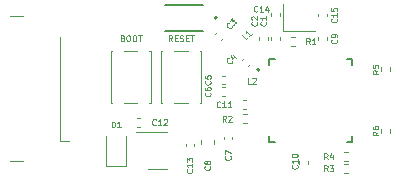
<source format=gbr>
%TF.GenerationSoftware,KiCad,Pcbnew,(6.0.7)*%
%TF.CreationDate,2023-02-08T01:32:31-08:00*%
%TF.ProjectId,ESP_SoC,4553505f-536f-4432-9e6b-696361645f70,rev?*%
%TF.SameCoordinates,Original*%
%TF.FileFunction,Legend,Top*%
%TF.FilePolarity,Positive*%
%FSLAX46Y46*%
G04 Gerber Fmt 4.6, Leading zero omitted, Abs format (unit mm)*
G04 Created by KiCad (PCBNEW (6.0.7)) date 2023-02-08 01:32:31*
%MOMM*%
%LPD*%
G01*
G04 APERTURE LIST*
%ADD10C,0.125000*%
%ADD11C,0.150000*%
%ADD12C,0.120000*%
%ADD13C,0.127000*%
%ADD14C,0.200000*%
G04 APERTURE END LIST*
D10*
X112273809Y-94726190D02*
X112107142Y-94488095D01*
X111988095Y-94726190D02*
X111988095Y-94226190D01*
X112178571Y-94226190D01*
X112226190Y-94250000D01*
X112250000Y-94273809D01*
X112273809Y-94321428D01*
X112273809Y-94392857D01*
X112250000Y-94440476D01*
X112226190Y-94464285D01*
X112178571Y-94488095D01*
X111988095Y-94488095D01*
X112488095Y-94464285D02*
X112654761Y-94464285D01*
X112726190Y-94726190D02*
X112488095Y-94726190D01*
X112488095Y-94226190D01*
X112726190Y-94226190D01*
X112916666Y-94702380D02*
X112988095Y-94726190D01*
X113107142Y-94726190D01*
X113154761Y-94702380D01*
X113178571Y-94678571D01*
X113202380Y-94630952D01*
X113202380Y-94583333D01*
X113178571Y-94535714D01*
X113154761Y-94511904D01*
X113107142Y-94488095D01*
X113011904Y-94464285D01*
X112964285Y-94440476D01*
X112940476Y-94416666D01*
X112916666Y-94369047D01*
X112916666Y-94321428D01*
X112940476Y-94273809D01*
X112964285Y-94250000D01*
X113011904Y-94226190D01*
X113130952Y-94226190D01*
X113202380Y-94250000D01*
X113416666Y-94464285D02*
X113583333Y-94464285D01*
X113654761Y-94726190D02*
X113416666Y-94726190D01*
X113416666Y-94226190D01*
X113654761Y-94226190D01*
X113797619Y-94226190D02*
X114083333Y-94226190D01*
X113940476Y-94726190D02*
X113940476Y-94226190D01*
X108071428Y-94464285D02*
X108142857Y-94488095D01*
X108166666Y-94511904D01*
X108190476Y-94559523D01*
X108190476Y-94630952D01*
X108166666Y-94678571D01*
X108142857Y-94702380D01*
X108095238Y-94726190D01*
X107904761Y-94726190D01*
X107904761Y-94226190D01*
X108071428Y-94226190D01*
X108119047Y-94250000D01*
X108142857Y-94273809D01*
X108166666Y-94321428D01*
X108166666Y-94369047D01*
X108142857Y-94416666D01*
X108119047Y-94440476D01*
X108071428Y-94464285D01*
X107904761Y-94464285D01*
X108500000Y-94226190D02*
X108595238Y-94226190D01*
X108642857Y-94250000D01*
X108690476Y-94297619D01*
X108714285Y-94392857D01*
X108714285Y-94559523D01*
X108690476Y-94654761D01*
X108642857Y-94702380D01*
X108595238Y-94726190D01*
X108500000Y-94726190D01*
X108452380Y-94702380D01*
X108404761Y-94654761D01*
X108380952Y-94559523D01*
X108380952Y-94392857D01*
X108404761Y-94297619D01*
X108452380Y-94250000D01*
X108500000Y-94226190D01*
X109023809Y-94226190D02*
X109119047Y-94226190D01*
X109166666Y-94250000D01*
X109214285Y-94297619D01*
X109238095Y-94392857D01*
X109238095Y-94559523D01*
X109214285Y-94654761D01*
X109166666Y-94702380D01*
X109119047Y-94726190D01*
X109023809Y-94726190D01*
X108976190Y-94702380D01*
X108928571Y-94654761D01*
X108904761Y-94559523D01*
X108904761Y-94392857D01*
X108928571Y-94297619D01*
X108976190Y-94250000D01*
X109023809Y-94226190D01*
X109380952Y-94226190D02*
X109666666Y-94226190D01*
X109523809Y-94726190D02*
X109523809Y-94226190D01*
%TO.C,R2*%
X116826666Y-101526190D02*
X116660000Y-101288095D01*
X116540952Y-101526190D02*
X116540952Y-101026190D01*
X116731428Y-101026190D01*
X116779047Y-101050000D01*
X116802857Y-101073809D01*
X116826666Y-101121428D01*
X116826666Y-101192857D01*
X116802857Y-101240476D01*
X116779047Y-101264285D01*
X116731428Y-101288095D01*
X116540952Y-101288095D01*
X117017142Y-101073809D02*
X117040952Y-101050000D01*
X117088571Y-101026190D01*
X117207619Y-101026190D01*
X117255238Y-101050000D01*
X117279047Y-101073809D01*
X117302857Y-101121428D01*
X117302857Y-101169047D01*
X117279047Y-101240476D01*
X116993333Y-101526190D01*
X117302857Y-101526190D01*
%TO.C,C2*%
X119428571Y-93083333D02*
X119452380Y-93107142D01*
X119476190Y-93178571D01*
X119476190Y-93226190D01*
X119452380Y-93297619D01*
X119404761Y-93345238D01*
X119357142Y-93369047D01*
X119261904Y-93392857D01*
X119190476Y-93392857D01*
X119095238Y-93369047D01*
X119047619Y-93345238D01*
X119000000Y-93297619D01*
X118976190Y-93226190D01*
X118976190Y-93178571D01*
X119000000Y-93107142D01*
X119023809Y-93083333D01*
X119023809Y-92892857D02*
X119000000Y-92869047D01*
X118976190Y-92821428D01*
X118976190Y-92702380D01*
X119000000Y-92654761D01*
X119023809Y-92630952D01*
X119071428Y-92607142D01*
X119119047Y-92607142D01*
X119190476Y-92630952D01*
X119476190Y-92916666D01*
X119476190Y-92607142D01*
%TO.C,R4*%
X125416666Y-104726190D02*
X125250000Y-104488095D01*
X125130952Y-104726190D02*
X125130952Y-104226190D01*
X125321428Y-104226190D01*
X125369047Y-104250000D01*
X125392857Y-104273809D01*
X125416666Y-104321428D01*
X125416666Y-104392857D01*
X125392857Y-104440476D01*
X125369047Y-104464285D01*
X125321428Y-104488095D01*
X125130952Y-104488095D01*
X125845238Y-104392857D02*
X125845238Y-104726190D01*
X125726190Y-104202380D02*
X125607142Y-104559523D01*
X125916666Y-104559523D01*
D11*
%TO.C,*%
D10*
%TO.C,L2*%
X118916666Y-98326190D02*
X118678571Y-98326190D01*
X118678571Y-97826190D01*
X119059523Y-97873809D02*
X119083333Y-97850000D01*
X119130952Y-97826190D01*
X119250000Y-97826190D01*
X119297619Y-97850000D01*
X119321428Y-97873809D01*
X119345238Y-97921428D01*
X119345238Y-97969047D01*
X119321428Y-98040476D01*
X119035714Y-98326190D01*
X119345238Y-98326190D01*
%TO.C,C7*%
X117178571Y-104458333D02*
X117202380Y-104482142D01*
X117226190Y-104553571D01*
X117226190Y-104601190D01*
X117202380Y-104672619D01*
X117154761Y-104720238D01*
X117107142Y-104744047D01*
X117011904Y-104767857D01*
X116940476Y-104767857D01*
X116845238Y-104744047D01*
X116797619Y-104720238D01*
X116750000Y-104672619D01*
X116726190Y-104601190D01*
X116726190Y-104553571D01*
X116750000Y-104482142D01*
X116773809Y-104458333D01*
X116726190Y-104291666D02*
X116726190Y-103958333D01*
X117226190Y-104172619D01*
%TO.C,R3*%
X125416666Y-105726190D02*
X125250000Y-105488095D01*
X125130952Y-105726190D02*
X125130952Y-105226190D01*
X125321428Y-105226190D01*
X125369047Y-105250000D01*
X125392857Y-105273809D01*
X125416666Y-105321428D01*
X125416666Y-105392857D01*
X125392857Y-105440476D01*
X125369047Y-105464285D01*
X125321428Y-105488095D01*
X125130952Y-105488095D01*
X125583333Y-105226190D02*
X125892857Y-105226190D01*
X125726190Y-105416666D01*
X125797619Y-105416666D01*
X125845238Y-105440476D01*
X125869047Y-105464285D01*
X125892857Y-105511904D01*
X125892857Y-105630952D01*
X125869047Y-105678571D01*
X125845238Y-105702380D01*
X125797619Y-105726190D01*
X125654761Y-105726190D01*
X125607142Y-105702380D01*
X125583333Y-105678571D01*
%TO.C,C9*%
X126178571Y-94583333D02*
X126202380Y-94607142D01*
X126226190Y-94678571D01*
X126226190Y-94726190D01*
X126202380Y-94797619D01*
X126154761Y-94845238D01*
X126107142Y-94869047D01*
X126011904Y-94892857D01*
X125940476Y-94892857D01*
X125845238Y-94869047D01*
X125797619Y-94845238D01*
X125750000Y-94797619D01*
X125726190Y-94726190D01*
X125726190Y-94678571D01*
X125750000Y-94607142D01*
X125773809Y-94583333D01*
X126226190Y-94345238D02*
X126226190Y-94250000D01*
X126202380Y-94202380D01*
X126178571Y-94178571D01*
X126107142Y-94130952D01*
X126011904Y-94107142D01*
X125821428Y-94107142D01*
X125773809Y-94130952D01*
X125750000Y-94154761D01*
X125726190Y-94202380D01*
X125726190Y-94297619D01*
X125750000Y-94345238D01*
X125773809Y-94369047D01*
X125821428Y-94392857D01*
X125940476Y-94392857D01*
X125988095Y-94369047D01*
X126011904Y-94345238D01*
X126035714Y-94297619D01*
X126035714Y-94202380D01*
X126011904Y-94154761D01*
X125988095Y-94130952D01*
X125940476Y-94107142D01*
%TO.C,C13*%
X113928571Y-105571428D02*
X113952380Y-105595238D01*
X113976190Y-105666666D01*
X113976190Y-105714285D01*
X113952380Y-105785714D01*
X113904761Y-105833333D01*
X113857142Y-105857142D01*
X113761904Y-105880952D01*
X113690476Y-105880952D01*
X113595238Y-105857142D01*
X113547619Y-105833333D01*
X113500000Y-105785714D01*
X113476190Y-105714285D01*
X113476190Y-105666666D01*
X113500000Y-105595238D01*
X113523809Y-105571428D01*
X113976190Y-105095238D02*
X113976190Y-105380952D01*
X113976190Y-105238095D02*
X113476190Y-105238095D01*
X113547619Y-105285714D01*
X113595238Y-105333333D01*
X113619047Y-105380952D01*
X113476190Y-104928571D02*
X113476190Y-104619047D01*
X113666666Y-104785714D01*
X113666666Y-104714285D01*
X113690476Y-104666666D01*
X113714285Y-104642857D01*
X113761904Y-104619047D01*
X113880952Y-104619047D01*
X113928571Y-104642857D01*
X113952380Y-104666666D01*
X113976190Y-104714285D01*
X113976190Y-104857142D01*
X113952380Y-104904761D01*
X113928571Y-104928571D01*
%TO.C,C3*%
X117317343Y-93435194D02*
X117317343Y-93468866D01*
X117283671Y-93536209D01*
X117250000Y-93569881D01*
X117182656Y-93603553D01*
X117115312Y-93603553D01*
X117064805Y-93586717D01*
X116980625Y-93536209D01*
X116930118Y-93485702D01*
X116879610Y-93401522D01*
X116862774Y-93351015D01*
X116862774Y-93283671D01*
X116896446Y-93216328D01*
X116930118Y-93182656D01*
X116997461Y-93148984D01*
X117031133Y-93148984D01*
X117115312Y-92997461D02*
X117334179Y-92778595D01*
X117351015Y-93031133D01*
X117401522Y-92980625D01*
X117452030Y-92963790D01*
X117485702Y-92963790D01*
X117536209Y-92980625D01*
X117620389Y-93064805D01*
X117637225Y-93115312D01*
X117637225Y-93148984D01*
X117620389Y-93199492D01*
X117519374Y-93300507D01*
X117468866Y-93317343D01*
X117435194Y-93317343D01*
%TO.C,C15*%
X126178571Y-92821428D02*
X126202380Y-92845238D01*
X126226190Y-92916666D01*
X126226190Y-92964285D01*
X126202380Y-93035714D01*
X126154761Y-93083333D01*
X126107142Y-93107142D01*
X126011904Y-93130952D01*
X125940476Y-93130952D01*
X125845238Y-93107142D01*
X125797619Y-93083333D01*
X125750000Y-93035714D01*
X125726190Y-92964285D01*
X125726190Y-92916666D01*
X125750000Y-92845238D01*
X125773809Y-92821428D01*
X126226190Y-92345238D02*
X126226190Y-92630952D01*
X126226190Y-92488095D02*
X125726190Y-92488095D01*
X125797619Y-92535714D01*
X125845238Y-92583333D01*
X125869047Y-92630952D01*
X125726190Y-91892857D02*
X125726190Y-92130952D01*
X125964285Y-92154761D01*
X125940476Y-92130952D01*
X125916666Y-92083333D01*
X125916666Y-91964285D01*
X125940476Y-91916666D01*
X125964285Y-91892857D01*
X126011904Y-91869047D01*
X126130952Y-91869047D01*
X126178571Y-91892857D01*
X126202380Y-91916666D01*
X126226190Y-91964285D01*
X126226190Y-92083333D01*
X126202380Y-92130952D01*
X126178571Y-92154761D01*
%TO.C,L1*%
X118678330Y-94391551D02*
X118509971Y-94559910D01*
X118156418Y-94206356D01*
X118981376Y-94088505D02*
X118779345Y-94290536D01*
X118880360Y-94189520D02*
X118526807Y-93835967D01*
X118543643Y-93920146D01*
X118543643Y-93987490D01*
X118526807Y-94037997D01*
%TO.C,R5*%
X129726190Y-97183333D02*
X129488095Y-97350000D01*
X129726190Y-97469047D02*
X129226190Y-97469047D01*
X129226190Y-97278571D01*
X129250000Y-97230952D01*
X129273809Y-97207142D01*
X129321428Y-97183333D01*
X129392857Y-97183333D01*
X129440476Y-97207142D01*
X129464285Y-97230952D01*
X129488095Y-97278571D01*
X129488095Y-97469047D01*
X129226190Y-96730952D02*
X129226190Y-96969047D01*
X129464285Y-96992857D01*
X129440476Y-96969047D01*
X129416666Y-96921428D01*
X129416666Y-96802380D01*
X129440476Y-96754761D01*
X129464285Y-96730952D01*
X129511904Y-96707142D01*
X129630952Y-96707142D01*
X129678571Y-96730952D01*
X129702380Y-96754761D01*
X129726190Y-96802380D01*
X129726190Y-96921428D01*
X129702380Y-96969047D01*
X129678571Y-96992857D01*
%TO.C,C8*%
X115428571Y-105308333D02*
X115452380Y-105332142D01*
X115476190Y-105403571D01*
X115476190Y-105451190D01*
X115452380Y-105522619D01*
X115404761Y-105570238D01*
X115357142Y-105594047D01*
X115261904Y-105617857D01*
X115190476Y-105617857D01*
X115095238Y-105594047D01*
X115047619Y-105570238D01*
X115000000Y-105522619D01*
X114976190Y-105451190D01*
X114976190Y-105403571D01*
X115000000Y-105332142D01*
X115023809Y-105308333D01*
X115190476Y-105022619D02*
X115166666Y-105070238D01*
X115142857Y-105094047D01*
X115095238Y-105117857D01*
X115071428Y-105117857D01*
X115023809Y-105094047D01*
X115000000Y-105070238D01*
X114976190Y-105022619D01*
X114976190Y-104927380D01*
X115000000Y-104879761D01*
X115023809Y-104855952D01*
X115071428Y-104832142D01*
X115095238Y-104832142D01*
X115142857Y-104855952D01*
X115166666Y-104879761D01*
X115190476Y-104927380D01*
X115190476Y-105022619D01*
X115214285Y-105070238D01*
X115238095Y-105094047D01*
X115285714Y-105117857D01*
X115380952Y-105117857D01*
X115428571Y-105094047D01*
X115452380Y-105070238D01*
X115476190Y-105022619D01*
X115476190Y-104927380D01*
X115452380Y-104879761D01*
X115428571Y-104855952D01*
X115380952Y-104832142D01*
X115285714Y-104832142D01*
X115238095Y-104855952D01*
X115214285Y-104879761D01*
X115190476Y-104927380D01*
%TO.C,C6*%
X115478571Y-99083333D02*
X115502380Y-99107142D01*
X115526190Y-99178571D01*
X115526190Y-99226190D01*
X115502380Y-99297619D01*
X115454761Y-99345238D01*
X115407142Y-99369047D01*
X115311904Y-99392857D01*
X115240476Y-99392857D01*
X115145238Y-99369047D01*
X115097619Y-99345238D01*
X115050000Y-99297619D01*
X115026190Y-99226190D01*
X115026190Y-99178571D01*
X115050000Y-99107142D01*
X115073809Y-99083333D01*
X115026190Y-98654761D02*
X115026190Y-98750000D01*
X115050000Y-98797619D01*
X115073809Y-98821428D01*
X115145238Y-98869047D01*
X115240476Y-98892857D01*
X115430952Y-98892857D01*
X115478571Y-98869047D01*
X115502380Y-98845238D01*
X115526190Y-98797619D01*
X115526190Y-98702380D01*
X115502380Y-98654761D01*
X115478571Y-98630952D01*
X115430952Y-98607142D01*
X115311904Y-98607142D01*
X115264285Y-98630952D01*
X115240476Y-98654761D01*
X115216666Y-98702380D01*
X115216666Y-98797619D01*
X115240476Y-98845238D01*
X115264285Y-98869047D01*
X115311904Y-98892857D01*
%TO.C,D1*%
X107130952Y-102026190D02*
X107130952Y-101526190D01*
X107250000Y-101526190D01*
X107321428Y-101550000D01*
X107369047Y-101597619D01*
X107392857Y-101645238D01*
X107416666Y-101740476D01*
X107416666Y-101811904D01*
X107392857Y-101907142D01*
X107369047Y-101954761D01*
X107321428Y-102002380D01*
X107250000Y-102026190D01*
X107130952Y-102026190D01*
X107892857Y-102026190D02*
X107607142Y-102026190D01*
X107750000Y-102026190D02*
X107750000Y-101526190D01*
X107702380Y-101597619D01*
X107654761Y-101645238D01*
X107607142Y-101669047D01*
%TO.C,C10*%
X122828571Y-105213592D02*
X122852380Y-105237402D01*
X122876190Y-105308830D01*
X122876190Y-105356449D01*
X122852380Y-105427878D01*
X122804761Y-105475497D01*
X122757142Y-105499306D01*
X122661904Y-105523116D01*
X122590476Y-105523116D01*
X122495238Y-105499306D01*
X122447619Y-105475497D01*
X122400000Y-105427878D01*
X122376190Y-105356449D01*
X122376190Y-105308830D01*
X122400000Y-105237402D01*
X122423809Y-105213592D01*
X122876190Y-104737402D02*
X122876190Y-105023116D01*
X122876190Y-104880259D02*
X122376190Y-104880259D01*
X122447619Y-104927878D01*
X122495238Y-104975497D01*
X122519047Y-105023116D01*
X122376190Y-104427878D02*
X122376190Y-104380259D01*
X122400000Y-104332640D01*
X122423809Y-104308830D01*
X122471428Y-104285021D01*
X122566666Y-104261211D01*
X122685714Y-104261211D01*
X122780952Y-104285021D01*
X122828571Y-104308830D01*
X122852380Y-104332640D01*
X122876190Y-104380259D01*
X122876190Y-104427878D01*
X122852380Y-104475497D01*
X122828571Y-104499306D01*
X122780952Y-104523116D01*
X122685714Y-104546925D01*
X122566666Y-104546925D01*
X122471428Y-104523116D01*
X122423809Y-104499306D01*
X122400000Y-104475497D01*
X122376190Y-104427878D01*
%TO.C,C5*%
X115478571Y-98083333D02*
X115502380Y-98107142D01*
X115526190Y-98178571D01*
X115526190Y-98226190D01*
X115502380Y-98297619D01*
X115454761Y-98345238D01*
X115407142Y-98369047D01*
X115311904Y-98392857D01*
X115240476Y-98392857D01*
X115145238Y-98369047D01*
X115097619Y-98345238D01*
X115050000Y-98297619D01*
X115026190Y-98226190D01*
X115026190Y-98178571D01*
X115050000Y-98107142D01*
X115073809Y-98083333D01*
X115026190Y-97630952D02*
X115026190Y-97869047D01*
X115264285Y-97892857D01*
X115240476Y-97869047D01*
X115216666Y-97821428D01*
X115216666Y-97702380D01*
X115240476Y-97654761D01*
X115264285Y-97630952D01*
X115311904Y-97607142D01*
X115430952Y-97607142D01*
X115478571Y-97630952D01*
X115502380Y-97654761D01*
X115526190Y-97702380D01*
X115526190Y-97821428D01*
X115502380Y-97869047D01*
X115478571Y-97892857D01*
%TO.C,C11*%
X116328571Y-100278571D02*
X116304761Y-100302380D01*
X116233333Y-100326190D01*
X116185714Y-100326190D01*
X116114285Y-100302380D01*
X116066666Y-100254761D01*
X116042857Y-100207142D01*
X116019047Y-100111904D01*
X116019047Y-100040476D01*
X116042857Y-99945238D01*
X116066666Y-99897619D01*
X116114285Y-99850000D01*
X116185714Y-99826190D01*
X116233333Y-99826190D01*
X116304761Y-99850000D01*
X116328571Y-99873809D01*
X116804761Y-100326190D02*
X116519047Y-100326190D01*
X116661904Y-100326190D02*
X116661904Y-99826190D01*
X116614285Y-99897619D01*
X116566666Y-99945238D01*
X116519047Y-99969047D01*
X117280952Y-100326190D02*
X116995238Y-100326190D01*
X117138095Y-100326190D02*
X117138095Y-99826190D01*
X117090476Y-99897619D01*
X117042857Y-99945238D01*
X116995238Y-99969047D01*
%TO.C,C14*%
X119478571Y-92178571D02*
X119454761Y-92202380D01*
X119383333Y-92226190D01*
X119335714Y-92226190D01*
X119264285Y-92202380D01*
X119216666Y-92154761D01*
X119192857Y-92107142D01*
X119169047Y-92011904D01*
X119169047Y-91940476D01*
X119192857Y-91845238D01*
X119216666Y-91797619D01*
X119264285Y-91750000D01*
X119335714Y-91726190D01*
X119383333Y-91726190D01*
X119454761Y-91750000D01*
X119478571Y-91773809D01*
X119954761Y-92226190D02*
X119669047Y-92226190D01*
X119811904Y-92226190D02*
X119811904Y-91726190D01*
X119764285Y-91797619D01*
X119716666Y-91845238D01*
X119669047Y-91869047D01*
X120383333Y-91892857D02*
X120383333Y-92226190D01*
X120264285Y-91702380D02*
X120145238Y-92059523D01*
X120454761Y-92059523D01*
%TO.C,C1*%
X120178571Y-93083333D02*
X120202380Y-93107142D01*
X120226190Y-93178571D01*
X120226190Y-93226190D01*
X120202380Y-93297619D01*
X120154761Y-93345238D01*
X120107142Y-93369047D01*
X120011904Y-93392857D01*
X119940476Y-93392857D01*
X119845238Y-93369047D01*
X119797619Y-93345238D01*
X119750000Y-93297619D01*
X119726190Y-93226190D01*
X119726190Y-93178571D01*
X119750000Y-93107142D01*
X119773809Y-93083333D01*
X120226190Y-92607142D02*
X120226190Y-92892857D01*
X120226190Y-92750000D02*
X119726190Y-92750000D01*
X119797619Y-92797619D01*
X119845238Y-92845238D01*
X119869047Y-92892857D01*
%TO.C,R6*%
X129726190Y-102383333D02*
X129488095Y-102550000D01*
X129726190Y-102669047D02*
X129226190Y-102669047D01*
X129226190Y-102478571D01*
X129250000Y-102430952D01*
X129273809Y-102407142D01*
X129321428Y-102383333D01*
X129392857Y-102383333D01*
X129440476Y-102407142D01*
X129464285Y-102430952D01*
X129488095Y-102478571D01*
X129488095Y-102669047D01*
X129226190Y-101954761D02*
X129226190Y-102050000D01*
X129250000Y-102097619D01*
X129273809Y-102121428D01*
X129345238Y-102169047D01*
X129440476Y-102192857D01*
X129630952Y-102192857D01*
X129678571Y-102169047D01*
X129702380Y-102145238D01*
X129726190Y-102097619D01*
X129726190Y-102002380D01*
X129702380Y-101954761D01*
X129678571Y-101930952D01*
X129630952Y-101907142D01*
X129511904Y-101907142D01*
X129464285Y-101930952D01*
X129440476Y-101954761D01*
X129416666Y-102002380D01*
X129416666Y-102097619D01*
X129440476Y-102145238D01*
X129464285Y-102169047D01*
X129511904Y-102192857D01*
%TO.C,R1*%
X123916666Y-94976190D02*
X123750000Y-94738095D01*
X123630952Y-94976190D02*
X123630952Y-94476190D01*
X123821428Y-94476190D01*
X123869047Y-94500000D01*
X123892857Y-94523809D01*
X123916666Y-94571428D01*
X123916666Y-94642857D01*
X123892857Y-94690476D01*
X123869047Y-94714285D01*
X123821428Y-94738095D01*
X123630952Y-94738095D01*
X124392857Y-94976190D02*
X124107142Y-94976190D01*
X124250000Y-94976190D02*
X124250000Y-94476190D01*
X124202380Y-94547619D01*
X124154761Y-94595238D01*
X124107142Y-94619047D01*
%TO.C,C4*%
X117317343Y-96435194D02*
X117317343Y-96468866D01*
X117283671Y-96536209D01*
X117250000Y-96569881D01*
X117182656Y-96603553D01*
X117115312Y-96603553D01*
X117064805Y-96586717D01*
X116980625Y-96536209D01*
X116930118Y-96485702D01*
X116879610Y-96401522D01*
X116862774Y-96351015D01*
X116862774Y-96283671D01*
X116896446Y-96216328D01*
X116930118Y-96182656D01*
X116997461Y-96148984D01*
X117031133Y-96148984D01*
X117418358Y-95930118D02*
X117654061Y-96165820D01*
X117199492Y-95879610D02*
X117367851Y-96216328D01*
X117586717Y-95997461D01*
%TO.C,C12*%
X110878571Y-101778571D02*
X110854761Y-101802380D01*
X110783333Y-101826190D01*
X110735714Y-101826190D01*
X110664285Y-101802380D01*
X110616666Y-101754761D01*
X110592857Y-101707142D01*
X110569047Y-101611904D01*
X110569047Y-101540476D01*
X110592857Y-101445238D01*
X110616666Y-101397619D01*
X110664285Y-101350000D01*
X110735714Y-101326190D01*
X110783333Y-101326190D01*
X110854761Y-101350000D01*
X110878571Y-101373809D01*
X111354761Y-101826190D02*
X111069047Y-101826190D01*
X111211904Y-101826190D02*
X111211904Y-101326190D01*
X111164285Y-101397619D01*
X111116666Y-101445238D01*
X111069047Y-101469047D01*
X111545238Y-101373809D02*
X111569047Y-101350000D01*
X111616666Y-101326190D01*
X111735714Y-101326190D01*
X111783333Y-101350000D01*
X111807142Y-101373809D01*
X111830952Y-101421428D01*
X111830952Y-101469047D01*
X111807142Y-101540476D01*
X111521428Y-101826190D01*
X111830952Y-101826190D01*
D12*
%TO.C,R2*%
X118246359Y-100920000D02*
X118553641Y-100920000D01*
X118246359Y-101680000D02*
X118553641Y-101680000D01*
%TO.C,J1*%
X102770000Y-103150000D02*
X103525000Y-103150000D01*
X102770000Y-103150000D02*
X102770000Y-94350000D01*
X99600000Y-104895000D02*
X98550000Y-104895000D01*
X99600000Y-92605000D02*
X98550000Y-92605000D01*
%TO.C,C2*%
X119640000Y-94607836D02*
X119640000Y-94392164D01*
X120360000Y-94607836D02*
X120360000Y-94392164D01*
%TO.C,R4*%
X126846359Y-104880000D02*
X127153641Y-104880000D01*
X126846359Y-104120000D02*
X127153641Y-104120000D01*
%TO.C,C7*%
X116640000Y-102792164D02*
X116640000Y-103007836D01*
X117360000Y-102792164D02*
X117360000Y-103007836D01*
%TO.C,R3*%
X126846359Y-105880000D02*
X127153641Y-105880000D01*
X126846359Y-105120000D02*
X127153641Y-105120000D01*
%TO.C,C9*%
X125360000Y-94607836D02*
X125360000Y-94392164D01*
X124640000Y-94607836D02*
X124640000Y-94392164D01*
%TO.C,C13*%
X114110000Y-103392164D02*
X114110000Y-103607836D01*
X113390000Y-103392164D02*
X113390000Y-103607836D01*
%TO.C,C3*%
X116580810Y-94428307D02*
X116428307Y-94580810D01*
X116071693Y-93919190D02*
X115919190Y-94071693D01*
%TO.C,C15*%
X124640000Y-92392164D02*
X124640000Y-92607836D01*
X125360000Y-92392164D02*
X125360000Y-92607836D01*
D13*
%TO.C,AE1*%
X114850000Y-93840000D02*
X111650000Y-93840000D01*
X114850000Y-91660000D02*
X111650000Y-91660000D01*
D14*
X116050000Y-92750000D02*
G75*
G03*
X116050000Y-92750000I-100000J0D01*
G01*
D12*
%TO.C,R5*%
X130680000Y-97253641D02*
X130680000Y-96946359D01*
X129920000Y-97253641D02*
X129920000Y-96946359D01*
%TO.C,C8*%
X114740000Y-103109420D02*
X114740000Y-103390580D01*
X115760000Y-103109420D02*
X115760000Y-103390580D01*
%TO.C,C6*%
X116707836Y-99360000D02*
X116492164Y-99360000D01*
X116707836Y-98640000D02*
X116492164Y-98640000D01*
%TO.C,SW2*%
X110330000Y-99950000D02*
X110450000Y-99950000D01*
X107170000Y-95550000D02*
X107050000Y-95550000D01*
X110450000Y-95550000D02*
X110330000Y-95550000D01*
X110450000Y-99950000D02*
X110450000Y-95550000D01*
X107050000Y-95550000D02*
X107050000Y-99950000D01*
X107050000Y-99950000D02*
X107170000Y-99950000D01*
X108180000Y-99950000D02*
X109320000Y-99950000D01*
X109320000Y-95550000D02*
X108180000Y-95550000D01*
%TO.C,SW1*%
X111300000Y-95550000D02*
X111300000Y-99950000D01*
X113570000Y-95550000D02*
X112430000Y-95550000D01*
X112430000Y-99950000D02*
X113570000Y-99950000D01*
X111420000Y-95550000D02*
X111300000Y-95550000D01*
X114700000Y-99950000D02*
X114700000Y-95550000D01*
X114700000Y-95550000D02*
X114580000Y-95550000D01*
X114580000Y-99950000D02*
X114700000Y-99950000D01*
X111300000Y-99950000D02*
X111420000Y-99950000D01*
%TO.C,D1*%
X106650000Y-105300000D02*
X108350000Y-105300000D01*
X106650000Y-105300000D02*
X106650000Y-102750000D01*
X108350000Y-105300000D02*
X108350000Y-102750000D01*
%TO.C,C10*%
X123760000Y-104892164D02*
X123760000Y-105107836D01*
X123040000Y-104892164D02*
X123040000Y-105107836D01*
%TO.C,C5*%
X116707836Y-97640000D02*
X116492164Y-97640000D01*
X116707836Y-98360000D02*
X116492164Y-98360000D01*
%TO.C,U1*%
X111000000Y-105560000D02*
X111800000Y-105560000D01*
X111000000Y-105560000D02*
X110200000Y-105560000D01*
X111000000Y-102440000D02*
X109200000Y-102440000D01*
X111000000Y-102440000D02*
X111800000Y-102440000D01*
%TO.C,C11*%
X118507836Y-99740000D02*
X118292164Y-99740000D01*
X118507836Y-100460000D02*
X118292164Y-100460000D01*
%TO.C,C14*%
X121360000Y-92587836D02*
X121360000Y-92372164D01*
X120640000Y-92587836D02*
X120640000Y-92372164D01*
%TO.C,C1*%
X120640000Y-94607836D02*
X120640000Y-94392164D01*
X121360000Y-94607836D02*
X121360000Y-94392164D01*
%TO.C,R6*%
X130680000Y-102146359D02*
X130680000Y-102453641D01*
X129920000Y-102146359D02*
X129920000Y-102453641D01*
%TO.C,R1*%
X122346359Y-94370000D02*
X122653641Y-94370000D01*
X122346359Y-95130000D02*
X122653641Y-95130000D01*
%TO.C,C4*%
X118830810Y-96678307D02*
X118678307Y-96830810D01*
X118321693Y-96169190D02*
X118169190Y-96321693D01*
D13*
%TO.C,U2*%
X127500000Y-103250000D02*
X127500000Y-102780000D01*
X127500000Y-96250000D02*
X127500000Y-96720000D01*
X120500000Y-96250000D02*
X120970000Y-96250000D01*
X120500000Y-96250000D02*
X120500000Y-96720000D01*
X120500000Y-103250000D02*
X120970000Y-103250000D01*
X120500000Y-103250000D02*
X120500000Y-102780000D01*
X127500000Y-103250000D02*
X127030000Y-103250000D01*
X127500000Y-96250000D02*
X127030000Y-96250000D01*
D14*
X119645000Y-97150000D02*
G75*
G03*
X119645000Y-97150000I-100000J0D01*
G01*
D12*
%TO.C,Y1*%
X121650000Y-93900000D02*
X124350000Y-93900000D01*
X121650000Y-91600000D02*
X121650000Y-93900000D01*
%TO.C,C12*%
X109507836Y-101960000D02*
X109292164Y-101960000D01*
X109507836Y-101240000D02*
X109292164Y-101240000D01*
%TD*%
M02*

</source>
